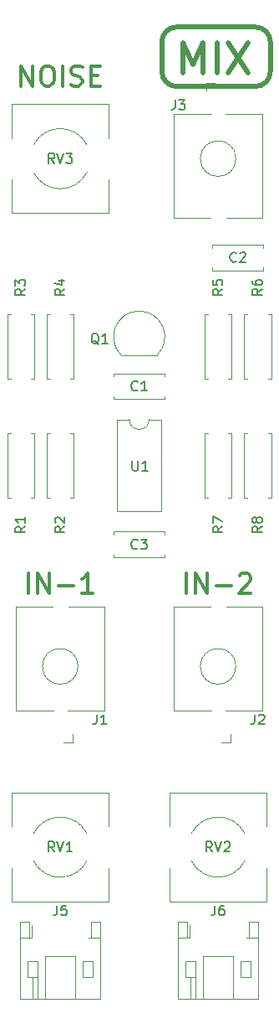
<source format=gbr>
%TF.GenerationSoftware,KiCad,Pcbnew,9.0.1*%
%TF.CreationDate,2025-06-13T20:46:25+10:00*%
%TF.ProjectId,Mixer,4d697865-722e-46b6-9963-61645f706362,rev?*%
%TF.SameCoordinates,Original*%
%TF.FileFunction,Legend,Top*%
%TF.FilePolarity,Positive*%
%FSLAX46Y46*%
G04 Gerber Fmt 4.6, Leading zero omitted, Abs format (unit mm)*
G04 Created by KiCad (PCBNEW 9.0.1) date 2025-06-13 20:46:25*
%MOMM*%
%LPD*%
G01*
G04 APERTURE LIST*
%ADD10C,0.500000*%
%ADD11C,0.300000*%
%ADD12C,0.150000*%
%ADD13C,0.120000*%
G04 APERTURE END LIST*
D10*
X154443233Y-56306856D02*
X154443233Y-53306856D01*
X154443233Y-53306856D02*
X155443233Y-55449713D01*
X155443233Y-55449713D02*
X156443233Y-53306856D01*
X156443233Y-53306856D02*
X156443233Y-56306856D01*
X157871804Y-56306856D02*
X157871804Y-53306856D01*
X159014661Y-53306856D02*
X161014661Y-56306856D01*
X161014661Y-53306856D02*
X159014661Y-56306856D01*
X153800000Y-57700000D02*
G75*
G02*
X152300000Y-56200000I1J1500001D01*
G01*
X163300001Y-53199999D02*
X163300001Y-56199999D01*
X161800001Y-51699999D02*
G75*
G02*
X163300001Y-53199999I-1J-1500001D01*
G01*
X153800000Y-57699999D02*
X161800002Y-57700000D01*
X152300000Y-53199998D02*
X152300000Y-56199998D01*
X152300000Y-53199998D02*
G75*
G02*
X153800000Y-51699998I1500001J-1D01*
G01*
X153800001Y-51699998D02*
X161800001Y-51699999D01*
X163300002Y-56200000D02*
G75*
G02*
X161800002Y-57700000I-1500001J1D01*
G01*
D11*
X138047619Y-57659638D02*
X138047619Y-55659638D01*
X138047619Y-55659638D02*
X139190476Y-57659638D01*
X139190476Y-57659638D02*
X139190476Y-55659638D01*
X140523809Y-55659638D02*
X140904762Y-55659638D01*
X140904762Y-55659638D02*
X141095238Y-55754876D01*
X141095238Y-55754876D02*
X141285714Y-55945352D01*
X141285714Y-55945352D02*
X141380952Y-56326304D01*
X141380952Y-56326304D02*
X141380952Y-56992971D01*
X141380952Y-56992971D02*
X141285714Y-57373923D01*
X141285714Y-57373923D02*
X141095238Y-57564400D01*
X141095238Y-57564400D02*
X140904762Y-57659638D01*
X140904762Y-57659638D02*
X140523809Y-57659638D01*
X140523809Y-57659638D02*
X140333333Y-57564400D01*
X140333333Y-57564400D02*
X140142857Y-57373923D01*
X140142857Y-57373923D02*
X140047619Y-56992971D01*
X140047619Y-56992971D02*
X140047619Y-56326304D01*
X140047619Y-56326304D02*
X140142857Y-55945352D01*
X140142857Y-55945352D02*
X140333333Y-55754876D01*
X140333333Y-55754876D02*
X140523809Y-55659638D01*
X142238095Y-57659638D02*
X142238095Y-55659638D01*
X143095238Y-57564400D02*
X143380952Y-57659638D01*
X143380952Y-57659638D02*
X143857143Y-57659638D01*
X143857143Y-57659638D02*
X144047619Y-57564400D01*
X144047619Y-57564400D02*
X144142857Y-57469161D01*
X144142857Y-57469161D02*
X144238095Y-57278685D01*
X144238095Y-57278685D02*
X144238095Y-57088209D01*
X144238095Y-57088209D02*
X144142857Y-56897733D01*
X144142857Y-56897733D02*
X144047619Y-56802495D01*
X144047619Y-56802495D02*
X143857143Y-56707257D01*
X143857143Y-56707257D02*
X143476190Y-56612019D01*
X143476190Y-56612019D02*
X143285714Y-56516780D01*
X143285714Y-56516780D02*
X143190476Y-56421542D01*
X143190476Y-56421542D02*
X143095238Y-56231066D01*
X143095238Y-56231066D02*
X143095238Y-56040590D01*
X143095238Y-56040590D02*
X143190476Y-55850114D01*
X143190476Y-55850114D02*
X143285714Y-55754876D01*
X143285714Y-55754876D02*
X143476190Y-55659638D01*
X143476190Y-55659638D02*
X143952381Y-55659638D01*
X143952381Y-55659638D02*
X144238095Y-55754876D01*
X145095238Y-56612019D02*
X145761905Y-56612019D01*
X146047619Y-57659638D02*
X145095238Y-57659638D01*
X145095238Y-57659638D02*
X145095238Y-55659638D01*
X145095238Y-55659638D02*
X146047619Y-55659638D01*
X154761905Y-108909638D02*
X154761905Y-106909638D01*
X155714286Y-108909638D02*
X155714286Y-106909638D01*
X155714286Y-106909638D02*
X156857143Y-108909638D01*
X156857143Y-108909638D02*
X156857143Y-106909638D01*
X157809524Y-108147733D02*
X159333334Y-108147733D01*
X160190476Y-107100114D02*
X160285714Y-107004876D01*
X160285714Y-107004876D02*
X160476190Y-106909638D01*
X160476190Y-106909638D02*
X160952381Y-106909638D01*
X160952381Y-106909638D02*
X161142857Y-107004876D01*
X161142857Y-107004876D02*
X161238095Y-107100114D01*
X161238095Y-107100114D02*
X161333333Y-107290590D01*
X161333333Y-107290590D02*
X161333333Y-107481066D01*
X161333333Y-107481066D02*
X161238095Y-107766780D01*
X161238095Y-107766780D02*
X160095238Y-108909638D01*
X160095238Y-108909638D02*
X161333333Y-108909638D01*
X138761905Y-108909638D02*
X138761905Y-106909638D01*
X139714286Y-108909638D02*
X139714286Y-106909638D01*
X139714286Y-106909638D02*
X140857143Y-108909638D01*
X140857143Y-108909638D02*
X140857143Y-106909638D01*
X141809524Y-108147733D02*
X143333334Y-108147733D01*
X145333333Y-108909638D02*
X144190476Y-108909638D01*
X144761904Y-108909638D02*
X144761904Y-106909638D01*
X144761904Y-106909638D02*
X144571428Y-107195352D01*
X144571428Y-107195352D02*
X144380952Y-107385828D01*
X144380952Y-107385828D02*
X144190476Y-107481066D01*
D12*
X162454819Y-78166666D02*
X161978628Y-78499999D01*
X162454819Y-78738094D02*
X161454819Y-78738094D01*
X161454819Y-78738094D02*
X161454819Y-78357142D01*
X161454819Y-78357142D02*
X161502438Y-78261904D01*
X161502438Y-78261904D02*
X161550057Y-78214285D01*
X161550057Y-78214285D02*
X161645295Y-78166666D01*
X161645295Y-78166666D02*
X161788152Y-78166666D01*
X161788152Y-78166666D02*
X161883390Y-78214285D01*
X161883390Y-78214285D02*
X161931009Y-78261904D01*
X161931009Y-78261904D02*
X161978628Y-78357142D01*
X161978628Y-78357142D02*
X161978628Y-78738094D01*
X161454819Y-77309523D02*
X161454819Y-77499999D01*
X161454819Y-77499999D02*
X161502438Y-77595237D01*
X161502438Y-77595237D02*
X161550057Y-77642856D01*
X161550057Y-77642856D02*
X161692914Y-77738094D01*
X161692914Y-77738094D02*
X161883390Y-77785713D01*
X161883390Y-77785713D02*
X162264342Y-77785713D01*
X162264342Y-77785713D02*
X162359580Y-77738094D01*
X162359580Y-77738094D02*
X162407200Y-77690475D01*
X162407200Y-77690475D02*
X162454819Y-77595237D01*
X162454819Y-77595237D02*
X162454819Y-77404761D01*
X162454819Y-77404761D02*
X162407200Y-77309523D01*
X162407200Y-77309523D02*
X162359580Y-77261904D01*
X162359580Y-77261904D02*
X162264342Y-77214285D01*
X162264342Y-77214285D02*
X162026247Y-77214285D01*
X162026247Y-77214285D02*
X161931009Y-77261904D01*
X161931009Y-77261904D02*
X161883390Y-77309523D01*
X161883390Y-77309523D02*
X161835771Y-77404761D01*
X161835771Y-77404761D02*
X161835771Y-77595237D01*
X161835771Y-77595237D02*
X161883390Y-77690475D01*
X161883390Y-77690475D02*
X161931009Y-77738094D01*
X161931009Y-77738094D02*
X162026247Y-77785713D01*
X141404761Y-135017320D02*
X141071428Y-134541129D01*
X140833333Y-135017320D02*
X140833333Y-134017320D01*
X140833333Y-134017320D02*
X141214285Y-134017320D01*
X141214285Y-134017320D02*
X141309523Y-134064939D01*
X141309523Y-134064939D02*
X141357142Y-134112558D01*
X141357142Y-134112558D02*
X141404761Y-134207796D01*
X141404761Y-134207796D02*
X141404761Y-134350653D01*
X141404761Y-134350653D02*
X141357142Y-134445891D01*
X141357142Y-134445891D02*
X141309523Y-134493510D01*
X141309523Y-134493510D02*
X141214285Y-134541129D01*
X141214285Y-134541129D02*
X140833333Y-134541129D01*
X141690476Y-134017320D02*
X142023809Y-135017320D01*
X142023809Y-135017320D02*
X142357142Y-134017320D01*
X143214285Y-135017320D02*
X142642857Y-135017320D01*
X142928571Y-135017320D02*
X142928571Y-134017320D01*
X142928571Y-134017320D02*
X142833333Y-134160177D01*
X142833333Y-134160177D02*
X142738095Y-134255415D01*
X142738095Y-134255415D02*
X142642857Y-134303034D01*
X142454819Y-78166666D02*
X141978628Y-78499999D01*
X142454819Y-78738094D02*
X141454819Y-78738094D01*
X141454819Y-78738094D02*
X141454819Y-78357142D01*
X141454819Y-78357142D02*
X141502438Y-78261904D01*
X141502438Y-78261904D02*
X141550057Y-78214285D01*
X141550057Y-78214285D02*
X141645295Y-78166666D01*
X141645295Y-78166666D02*
X141788152Y-78166666D01*
X141788152Y-78166666D02*
X141883390Y-78214285D01*
X141883390Y-78214285D02*
X141931009Y-78261904D01*
X141931009Y-78261904D02*
X141978628Y-78357142D01*
X141978628Y-78357142D02*
X141978628Y-78738094D01*
X141788152Y-77309523D02*
X142454819Y-77309523D01*
X141407200Y-77547618D02*
X142121485Y-77785713D01*
X142121485Y-77785713D02*
X142121485Y-77166666D01*
X161696666Y-121154819D02*
X161696666Y-121869104D01*
X161696666Y-121869104D02*
X161649047Y-122011961D01*
X161649047Y-122011961D02*
X161553809Y-122107200D01*
X161553809Y-122107200D02*
X161410952Y-122154819D01*
X161410952Y-122154819D02*
X161315714Y-122154819D01*
X162125238Y-121250057D02*
X162172857Y-121202438D01*
X162172857Y-121202438D02*
X162268095Y-121154819D01*
X162268095Y-121154819D02*
X162506190Y-121154819D01*
X162506190Y-121154819D02*
X162601428Y-121202438D01*
X162601428Y-121202438D02*
X162649047Y-121250057D01*
X162649047Y-121250057D02*
X162696666Y-121345295D01*
X162696666Y-121345295D02*
X162696666Y-121440533D01*
X162696666Y-121440533D02*
X162649047Y-121583390D01*
X162649047Y-121583390D02*
X162077619Y-122154819D01*
X162077619Y-122154819D02*
X162696666Y-122154819D01*
X153636666Y-59054819D02*
X153636666Y-59769104D01*
X153636666Y-59769104D02*
X153589047Y-59911961D01*
X153589047Y-59911961D02*
X153493809Y-60007200D01*
X153493809Y-60007200D02*
X153350952Y-60054819D01*
X153350952Y-60054819D02*
X153255714Y-60054819D01*
X154017619Y-59054819D02*
X154636666Y-59054819D01*
X154636666Y-59054819D02*
X154303333Y-59435771D01*
X154303333Y-59435771D02*
X154446190Y-59435771D01*
X154446190Y-59435771D02*
X154541428Y-59483390D01*
X154541428Y-59483390D02*
X154589047Y-59531009D01*
X154589047Y-59531009D02*
X154636666Y-59626247D01*
X154636666Y-59626247D02*
X154636666Y-59864342D01*
X154636666Y-59864342D02*
X154589047Y-59959580D01*
X154589047Y-59959580D02*
X154541428Y-60007200D01*
X154541428Y-60007200D02*
X154446190Y-60054819D01*
X154446190Y-60054819D02*
X154160476Y-60054819D01*
X154160476Y-60054819D02*
X154065238Y-60007200D01*
X154065238Y-60007200D02*
X154017619Y-59959580D01*
X145696666Y-121154819D02*
X145696666Y-121869104D01*
X145696666Y-121869104D02*
X145649047Y-122011961D01*
X145649047Y-122011961D02*
X145553809Y-122107200D01*
X145553809Y-122107200D02*
X145410952Y-122154819D01*
X145410952Y-122154819D02*
X145315714Y-122154819D01*
X146696666Y-122154819D02*
X146125238Y-122154819D01*
X146410952Y-122154819D02*
X146410952Y-121154819D01*
X146410952Y-121154819D02*
X146315714Y-121297676D01*
X146315714Y-121297676D02*
X146220476Y-121392914D01*
X146220476Y-121392914D02*
X146125238Y-121440533D01*
X142454819Y-102166666D02*
X141978628Y-102499999D01*
X142454819Y-102738094D02*
X141454819Y-102738094D01*
X141454819Y-102738094D02*
X141454819Y-102357142D01*
X141454819Y-102357142D02*
X141502438Y-102261904D01*
X141502438Y-102261904D02*
X141550057Y-102214285D01*
X141550057Y-102214285D02*
X141645295Y-102166666D01*
X141645295Y-102166666D02*
X141788152Y-102166666D01*
X141788152Y-102166666D02*
X141883390Y-102214285D01*
X141883390Y-102214285D02*
X141931009Y-102261904D01*
X141931009Y-102261904D02*
X141978628Y-102357142D01*
X141978628Y-102357142D02*
X141978628Y-102738094D01*
X141550057Y-101785713D02*
X141502438Y-101738094D01*
X141502438Y-101738094D02*
X141454819Y-101642856D01*
X141454819Y-101642856D02*
X141454819Y-101404761D01*
X141454819Y-101404761D02*
X141502438Y-101309523D01*
X141502438Y-101309523D02*
X141550057Y-101261904D01*
X141550057Y-101261904D02*
X141645295Y-101214285D01*
X141645295Y-101214285D02*
X141740533Y-101214285D01*
X141740533Y-101214285D02*
X141883390Y-101261904D01*
X141883390Y-101261904D02*
X142454819Y-101833332D01*
X142454819Y-101833332D02*
X142454819Y-101214285D01*
X141666666Y-140454819D02*
X141666666Y-141169104D01*
X141666666Y-141169104D02*
X141619047Y-141311961D01*
X141619047Y-141311961D02*
X141523809Y-141407200D01*
X141523809Y-141407200D02*
X141380952Y-141454819D01*
X141380952Y-141454819D02*
X141285714Y-141454819D01*
X142619047Y-140454819D02*
X142142857Y-140454819D01*
X142142857Y-140454819D02*
X142095238Y-140931009D01*
X142095238Y-140931009D02*
X142142857Y-140883390D01*
X142142857Y-140883390D02*
X142238095Y-140835771D01*
X142238095Y-140835771D02*
X142476190Y-140835771D01*
X142476190Y-140835771D02*
X142571428Y-140883390D01*
X142571428Y-140883390D02*
X142619047Y-140931009D01*
X142619047Y-140931009D02*
X142666666Y-141026247D01*
X142666666Y-141026247D02*
X142666666Y-141264342D01*
X142666666Y-141264342D02*
X142619047Y-141359580D01*
X142619047Y-141359580D02*
X142571428Y-141407200D01*
X142571428Y-141407200D02*
X142476190Y-141454819D01*
X142476190Y-141454819D02*
X142238095Y-141454819D01*
X142238095Y-141454819D02*
X142142857Y-141407200D01*
X142142857Y-141407200D02*
X142095238Y-141359580D01*
X138454819Y-102166666D02*
X137978628Y-102499999D01*
X138454819Y-102738094D02*
X137454819Y-102738094D01*
X137454819Y-102738094D02*
X137454819Y-102357142D01*
X137454819Y-102357142D02*
X137502438Y-102261904D01*
X137502438Y-102261904D02*
X137550057Y-102214285D01*
X137550057Y-102214285D02*
X137645295Y-102166666D01*
X137645295Y-102166666D02*
X137788152Y-102166666D01*
X137788152Y-102166666D02*
X137883390Y-102214285D01*
X137883390Y-102214285D02*
X137931009Y-102261904D01*
X137931009Y-102261904D02*
X137978628Y-102357142D01*
X137978628Y-102357142D02*
X137978628Y-102738094D01*
X138454819Y-101214285D02*
X138454819Y-101785713D01*
X138454819Y-101499999D02*
X137454819Y-101499999D01*
X137454819Y-101499999D02*
X137597676Y-101595237D01*
X137597676Y-101595237D02*
X137692914Y-101690475D01*
X137692914Y-101690475D02*
X137740533Y-101785713D01*
X162454819Y-102166666D02*
X161978628Y-102499999D01*
X162454819Y-102738094D02*
X161454819Y-102738094D01*
X161454819Y-102738094D02*
X161454819Y-102357142D01*
X161454819Y-102357142D02*
X161502438Y-102261904D01*
X161502438Y-102261904D02*
X161550057Y-102214285D01*
X161550057Y-102214285D02*
X161645295Y-102166666D01*
X161645295Y-102166666D02*
X161788152Y-102166666D01*
X161788152Y-102166666D02*
X161883390Y-102214285D01*
X161883390Y-102214285D02*
X161931009Y-102261904D01*
X161931009Y-102261904D02*
X161978628Y-102357142D01*
X161978628Y-102357142D02*
X161978628Y-102738094D01*
X161883390Y-101595237D02*
X161835771Y-101690475D01*
X161835771Y-101690475D02*
X161788152Y-101738094D01*
X161788152Y-101738094D02*
X161692914Y-101785713D01*
X161692914Y-101785713D02*
X161645295Y-101785713D01*
X161645295Y-101785713D02*
X161550057Y-101738094D01*
X161550057Y-101738094D02*
X161502438Y-101690475D01*
X161502438Y-101690475D02*
X161454819Y-101595237D01*
X161454819Y-101595237D02*
X161454819Y-101404761D01*
X161454819Y-101404761D02*
X161502438Y-101309523D01*
X161502438Y-101309523D02*
X161550057Y-101261904D01*
X161550057Y-101261904D02*
X161645295Y-101214285D01*
X161645295Y-101214285D02*
X161692914Y-101214285D01*
X161692914Y-101214285D02*
X161788152Y-101261904D01*
X161788152Y-101261904D02*
X161835771Y-101309523D01*
X161835771Y-101309523D02*
X161883390Y-101404761D01*
X161883390Y-101404761D02*
X161883390Y-101595237D01*
X161883390Y-101595237D02*
X161931009Y-101690475D01*
X161931009Y-101690475D02*
X161978628Y-101738094D01*
X161978628Y-101738094D02*
X162073866Y-101785713D01*
X162073866Y-101785713D02*
X162264342Y-101785713D01*
X162264342Y-101785713D02*
X162359580Y-101738094D01*
X162359580Y-101738094D02*
X162407200Y-101690475D01*
X162407200Y-101690475D02*
X162454819Y-101595237D01*
X162454819Y-101595237D02*
X162454819Y-101404761D01*
X162454819Y-101404761D02*
X162407200Y-101309523D01*
X162407200Y-101309523D02*
X162359580Y-101261904D01*
X162359580Y-101261904D02*
X162264342Y-101214285D01*
X162264342Y-101214285D02*
X162073866Y-101214285D01*
X162073866Y-101214285D02*
X161978628Y-101261904D01*
X161978628Y-101261904D02*
X161931009Y-101309523D01*
X161931009Y-101309523D02*
X161883390Y-101404761D01*
X149833333Y-88359580D02*
X149785714Y-88407200D01*
X149785714Y-88407200D02*
X149642857Y-88454819D01*
X149642857Y-88454819D02*
X149547619Y-88454819D01*
X149547619Y-88454819D02*
X149404762Y-88407200D01*
X149404762Y-88407200D02*
X149309524Y-88311961D01*
X149309524Y-88311961D02*
X149261905Y-88216723D01*
X149261905Y-88216723D02*
X149214286Y-88026247D01*
X149214286Y-88026247D02*
X149214286Y-87883390D01*
X149214286Y-87883390D02*
X149261905Y-87692914D01*
X149261905Y-87692914D02*
X149309524Y-87597676D01*
X149309524Y-87597676D02*
X149404762Y-87502438D01*
X149404762Y-87502438D02*
X149547619Y-87454819D01*
X149547619Y-87454819D02*
X149642857Y-87454819D01*
X149642857Y-87454819D02*
X149785714Y-87502438D01*
X149785714Y-87502438D02*
X149833333Y-87550057D01*
X150785714Y-88454819D02*
X150214286Y-88454819D01*
X150500000Y-88454819D02*
X150500000Y-87454819D01*
X150500000Y-87454819D02*
X150404762Y-87597676D01*
X150404762Y-87597676D02*
X150309524Y-87692914D01*
X150309524Y-87692914D02*
X150214286Y-87740533D01*
X157666666Y-140454819D02*
X157666666Y-141169104D01*
X157666666Y-141169104D02*
X157619047Y-141311961D01*
X157619047Y-141311961D02*
X157523809Y-141407200D01*
X157523809Y-141407200D02*
X157380952Y-141454819D01*
X157380952Y-141454819D02*
X157285714Y-141454819D01*
X158571428Y-140454819D02*
X158380952Y-140454819D01*
X158380952Y-140454819D02*
X158285714Y-140502438D01*
X158285714Y-140502438D02*
X158238095Y-140550057D01*
X158238095Y-140550057D02*
X158142857Y-140692914D01*
X158142857Y-140692914D02*
X158095238Y-140883390D01*
X158095238Y-140883390D02*
X158095238Y-141264342D01*
X158095238Y-141264342D02*
X158142857Y-141359580D01*
X158142857Y-141359580D02*
X158190476Y-141407200D01*
X158190476Y-141407200D02*
X158285714Y-141454819D01*
X158285714Y-141454819D02*
X158476190Y-141454819D01*
X158476190Y-141454819D02*
X158571428Y-141407200D01*
X158571428Y-141407200D02*
X158619047Y-141359580D01*
X158619047Y-141359580D02*
X158666666Y-141264342D01*
X158666666Y-141264342D02*
X158666666Y-141026247D01*
X158666666Y-141026247D02*
X158619047Y-140931009D01*
X158619047Y-140931009D02*
X158571428Y-140883390D01*
X158571428Y-140883390D02*
X158476190Y-140835771D01*
X158476190Y-140835771D02*
X158285714Y-140835771D01*
X158285714Y-140835771D02*
X158190476Y-140883390D01*
X158190476Y-140883390D02*
X158142857Y-140931009D01*
X158142857Y-140931009D02*
X158095238Y-141026247D01*
X158454819Y-102166666D02*
X157978628Y-102499999D01*
X158454819Y-102738094D02*
X157454819Y-102738094D01*
X157454819Y-102738094D02*
X157454819Y-102357142D01*
X157454819Y-102357142D02*
X157502438Y-102261904D01*
X157502438Y-102261904D02*
X157550057Y-102214285D01*
X157550057Y-102214285D02*
X157645295Y-102166666D01*
X157645295Y-102166666D02*
X157788152Y-102166666D01*
X157788152Y-102166666D02*
X157883390Y-102214285D01*
X157883390Y-102214285D02*
X157931009Y-102261904D01*
X157931009Y-102261904D02*
X157978628Y-102357142D01*
X157978628Y-102357142D02*
X157978628Y-102738094D01*
X157454819Y-101833332D02*
X157454819Y-101166666D01*
X157454819Y-101166666D02*
X158454819Y-101595237D01*
X149833333Y-104359580D02*
X149785714Y-104407200D01*
X149785714Y-104407200D02*
X149642857Y-104454819D01*
X149642857Y-104454819D02*
X149547619Y-104454819D01*
X149547619Y-104454819D02*
X149404762Y-104407200D01*
X149404762Y-104407200D02*
X149309524Y-104311961D01*
X149309524Y-104311961D02*
X149261905Y-104216723D01*
X149261905Y-104216723D02*
X149214286Y-104026247D01*
X149214286Y-104026247D02*
X149214286Y-103883390D01*
X149214286Y-103883390D02*
X149261905Y-103692914D01*
X149261905Y-103692914D02*
X149309524Y-103597676D01*
X149309524Y-103597676D02*
X149404762Y-103502438D01*
X149404762Y-103502438D02*
X149547619Y-103454819D01*
X149547619Y-103454819D02*
X149642857Y-103454819D01*
X149642857Y-103454819D02*
X149785714Y-103502438D01*
X149785714Y-103502438D02*
X149833333Y-103550057D01*
X150166667Y-103454819D02*
X150785714Y-103454819D01*
X150785714Y-103454819D02*
X150452381Y-103835771D01*
X150452381Y-103835771D02*
X150595238Y-103835771D01*
X150595238Y-103835771D02*
X150690476Y-103883390D01*
X150690476Y-103883390D02*
X150738095Y-103931009D01*
X150738095Y-103931009D02*
X150785714Y-104026247D01*
X150785714Y-104026247D02*
X150785714Y-104264342D01*
X150785714Y-104264342D02*
X150738095Y-104359580D01*
X150738095Y-104359580D02*
X150690476Y-104407200D01*
X150690476Y-104407200D02*
X150595238Y-104454819D01*
X150595238Y-104454819D02*
X150309524Y-104454819D01*
X150309524Y-104454819D02*
X150214286Y-104407200D01*
X150214286Y-104407200D02*
X150166667Y-104359580D01*
X145904761Y-83750057D02*
X145809523Y-83702438D01*
X145809523Y-83702438D02*
X145714285Y-83607200D01*
X145714285Y-83607200D02*
X145571428Y-83464342D01*
X145571428Y-83464342D02*
X145476190Y-83416723D01*
X145476190Y-83416723D02*
X145380952Y-83416723D01*
X145428571Y-83654819D02*
X145333333Y-83607200D01*
X145333333Y-83607200D02*
X145238095Y-83511961D01*
X145238095Y-83511961D02*
X145190476Y-83321485D01*
X145190476Y-83321485D02*
X145190476Y-82988152D01*
X145190476Y-82988152D02*
X145238095Y-82797676D01*
X145238095Y-82797676D02*
X145333333Y-82702438D01*
X145333333Y-82702438D02*
X145428571Y-82654819D01*
X145428571Y-82654819D02*
X145619047Y-82654819D01*
X145619047Y-82654819D02*
X145714285Y-82702438D01*
X145714285Y-82702438D02*
X145809523Y-82797676D01*
X145809523Y-82797676D02*
X145857142Y-82988152D01*
X145857142Y-82988152D02*
X145857142Y-83321485D01*
X145857142Y-83321485D02*
X145809523Y-83511961D01*
X145809523Y-83511961D02*
X145714285Y-83607200D01*
X145714285Y-83607200D02*
X145619047Y-83654819D01*
X145619047Y-83654819D02*
X145428571Y-83654819D01*
X146809523Y-83654819D02*
X146238095Y-83654819D01*
X146523809Y-83654819D02*
X146523809Y-82654819D01*
X146523809Y-82654819D02*
X146428571Y-82797676D01*
X146428571Y-82797676D02*
X146333333Y-82892914D01*
X146333333Y-82892914D02*
X146238095Y-82940533D01*
X157404761Y-135017320D02*
X157071428Y-134541129D01*
X156833333Y-135017320D02*
X156833333Y-134017320D01*
X156833333Y-134017320D02*
X157214285Y-134017320D01*
X157214285Y-134017320D02*
X157309523Y-134064939D01*
X157309523Y-134064939D02*
X157357142Y-134112558D01*
X157357142Y-134112558D02*
X157404761Y-134207796D01*
X157404761Y-134207796D02*
X157404761Y-134350653D01*
X157404761Y-134350653D02*
X157357142Y-134445891D01*
X157357142Y-134445891D02*
X157309523Y-134493510D01*
X157309523Y-134493510D02*
X157214285Y-134541129D01*
X157214285Y-134541129D02*
X156833333Y-134541129D01*
X157690476Y-134017320D02*
X158023809Y-135017320D01*
X158023809Y-135017320D02*
X158357142Y-134017320D01*
X158642857Y-134112558D02*
X158690476Y-134064939D01*
X158690476Y-134064939D02*
X158785714Y-134017320D01*
X158785714Y-134017320D02*
X159023809Y-134017320D01*
X159023809Y-134017320D02*
X159119047Y-134064939D01*
X159119047Y-134064939D02*
X159166666Y-134112558D01*
X159166666Y-134112558D02*
X159214285Y-134207796D01*
X159214285Y-134207796D02*
X159214285Y-134303034D01*
X159214285Y-134303034D02*
X159166666Y-134445891D01*
X159166666Y-134445891D02*
X158595238Y-135017320D01*
X158595238Y-135017320D02*
X159214285Y-135017320D01*
X159833333Y-75359580D02*
X159785714Y-75407200D01*
X159785714Y-75407200D02*
X159642857Y-75454819D01*
X159642857Y-75454819D02*
X159547619Y-75454819D01*
X159547619Y-75454819D02*
X159404762Y-75407200D01*
X159404762Y-75407200D02*
X159309524Y-75311961D01*
X159309524Y-75311961D02*
X159261905Y-75216723D01*
X159261905Y-75216723D02*
X159214286Y-75026247D01*
X159214286Y-75026247D02*
X159214286Y-74883390D01*
X159214286Y-74883390D02*
X159261905Y-74692914D01*
X159261905Y-74692914D02*
X159309524Y-74597676D01*
X159309524Y-74597676D02*
X159404762Y-74502438D01*
X159404762Y-74502438D02*
X159547619Y-74454819D01*
X159547619Y-74454819D02*
X159642857Y-74454819D01*
X159642857Y-74454819D02*
X159785714Y-74502438D01*
X159785714Y-74502438D02*
X159833333Y-74550057D01*
X160214286Y-74550057D02*
X160261905Y-74502438D01*
X160261905Y-74502438D02*
X160357143Y-74454819D01*
X160357143Y-74454819D02*
X160595238Y-74454819D01*
X160595238Y-74454819D02*
X160690476Y-74502438D01*
X160690476Y-74502438D02*
X160738095Y-74550057D01*
X160738095Y-74550057D02*
X160785714Y-74645295D01*
X160785714Y-74645295D02*
X160785714Y-74740533D01*
X160785714Y-74740533D02*
X160738095Y-74883390D01*
X160738095Y-74883390D02*
X160166667Y-75454819D01*
X160166667Y-75454819D02*
X160785714Y-75454819D01*
X141404761Y-65454819D02*
X141071428Y-64978628D01*
X140833333Y-65454819D02*
X140833333Y-64454819D01*
X140833333Y-64454819D02*
X141214285Y-64454819D01*
X141214285Y-64454819D02*
X141309523Y-64502438D01*
X141309523Y-64502438D02*
X141357142Y-64550057D01*
X141357142Y-64550057D02*
X141404761Y-64645295D01*
X141404761Y-64645295D02*
X141404761Y-64788152D01*
X141404761Y-64788152D02*
X141357142Y-64883390D01*
X141357142Y-64883390D02*
X141309523Y-64931009D01*
X141309523Y-64931009D02*
X141214285Y-64978628D01*
X141214285Y-64978628D02*
X140833333Y-64978628D01*
X141690476Y-64454819D02*
X142023809Y-65454819D01*
X142023809Y-65454819D02*
X142357142Y-64454819D01*
X142595238Y-64454819D02*
X143214285Y-64454819D01*
X143214285Y-64454819D02*
X142880952Y-64835771D01*
X142880952Y-64835771D02*
X143023809Y-64835771D01*
X143023809Y-64835771D02*
X143119047Y-64883390D01*
X143119047Y-64883390D02*
X143166666Y-64931009D01*
X143166666Y-64931009D02*
X143214285Y-65026247D01*
X143214285Y-65026247D02*
X143214285Y-65264342D01*
X143214285Y-65264342D02*
X143166666Y-65359580D01*
X143166666Y-65359580D02*
X143119047Y-65407200D01*
X143119047Y-65407200D02*
X143023809Y-65454819D01*
X143023809Y-65454819D02*
X142738095Y-65454819D01*
X142738095Y-65454819D02*
X142642857Y-65407200D01*
X142642857Y-65407200D02*
X142595238Y-65359580D01*
X138454819Y-78166666D02*
X137978628Y-78499999D01*
X138454819Y-78738094D02*
X137454819Y-78738094D01*
X137454819Y-78738094D02*
X137454819Y-78357142D01*
X137454819Y-78357142D02*
X137502438Y-78261904D01*
X137502438Y-78261904D02*
X137550057Y-78214285D01*
X137550057Y-78214285D02*
X137645295Y-78166666D01*
X137645295Y-78166666D02*
X137788152Y-78166666D01*
X137788152Y-78166666D02*
X137883390Y-78214285D01*
X137883390Y-78214285D02*
X137931009Y-78261904D01*
X137931009Y-78261904D02*
X137978628Y-78357142D01*
X137978628Y-78357142D02*
X137978628Y-78738094D01*
X137454819Y-77833332D02*
X137454819Y-77214285D01*
X137454819Y-77214285D02*
X137835771Y-77547618D01*
X137835771Y-77547618D02*
X137835771Y-77404761D01*
X137835771Y-77404761D02*
X137883390Y-77309523D01*
X137883390Y-77309523D02*
X137931009Y-77261904D01*
X137931009Y-77261904D02*
X138026247Y-77214285D01*
X138026247Y-77214285D02*
X138264342Y-77214285D01*
X138264342Y-77214285D02*
X138359580Y-77261904D01*
X138359580Y-77261904D02*
X138407200Y-77309523D01*
X138407200Y-77309523D02*
X138454819Y-77404761D01*
X138454819Y-77404761D02*
X138454819Y-77690475D01*
X138454819Y-77690475D02*
X138407200Y-77785713D01*
X138407200Y-77785713D02*
X138359580Y-77833332D01*
X158454819Y-78166666D02*
X157978628Y-78499999D01*
X158454819Y-78738094D02*
X157454819Y-78738094D01*
X157454819Y-78738094D02*
X157454819Y-78357142D01*
X157454819Y-78357142D02*
X157502438Y-78261904D01*
X157502438Y-78261904D02*
X157550057Y-78214285D01*
X157550057Y-78214285D02*
X157645295Y-78166666D01*
X157645295Y-78166666D02*
X157788152Y-78166666D01*
X157788152Y-78166666D02*
X157883390Y-78214285D01*
X157883390Y-78214285D02*
X157931009Y-78261904D01*
X157931009Y-78261904D02*
X157978628Y-78357142D01*
X157978628Y-78357142D02*
X157978628Y-78738094D01*
X157454819Y-77261904D02*
X157454819Y-77738094D01*
X157454819Y-77738094D02*
X157931009Y-77785713D01*
X157931009Y-77785713D02*
X157883390Y-77738094D01*
X157883390Y-77738094D02*
X157835771Y-77642856D01*
X157835771Y-77642856D02*
X157835771Y-77404761D01*
X157835771Y-77404761D02*
X157883390Y-77309523D01*
X157883390Y-77309523D02*
X157931009Y-77261904D01*
X157931009Y-77261904D02*
X158026247Y-77214285D01*
X158026247Y-77214285D02*
X158264342Y-77214285D01*
X158264342Y-77214285D02*
X158359580Y-77261904D01*
X158359580Y-77261904D02*
X158407200Y-77309523D01*
X158407200Y-77309523D02*
X158454819Y-77404761D01*
X158454819Y-77404761D02*
X158454819Y-77642856D01*
X158454819Y-77642856D02*
X158407200Y-77738094D01*
X158407200Y-77738094D02*
X158359580Y-77785713D01*
X149303095Y-95524819D02*
X149303095Y-96334342D01*
X149303095Y-96334342D02*
X149350714Y-96429580D01*
X149350714Y-96429580D02*
X149398333Y-96477200D01*
X149398333Y-96477200D02*
X149493571Y-96524819D01*
X149493571Y-96524819D02*
X149684047Y-96524819D01*
X149684047Y-96524819D02*
X149779285Y-96477200D01*
X149779285Y-96477200D02*
X149826904Y-96429580D01*
X149826904Y-96429580D02*
X149874523Y-96334342D01*
X149874523Y-96334342D02*
X149874523Y-95524819D01*
X150874523Y-96524819D02*
X150303095Y-96524819D01*
X150588809Y-96524819D02*
X150588809Y-95524819D01*
X150588809Y-95524819D02*
X150493571Y-95667676D01*
X150493571Y-95667676D02*
X150398333Y-95762914D01*
X150398333Y-95762914D02*
X150303095Y-95810533D01*
D13*
%TO.C,R6*%
X160630000Y-80730000D02*
X160960000Y-80730000D01*
X160630000Y-87270000D02*
X160630000Y-80730000D01*
X160960000Y-87270000D02*
X160630000Y-87270000D01*
X163040000Y-87270000D02*
X163370000Y-87270000D01*
X163370000Y-80730000D02*
X163040000Y-80730000D01*
X163370000Y-87270000D02*
X163370000Y-80730000D01*
%TO.C,RV1*%
X137100001Y-129062501D02*
X137100000Y-132462502D01*
X137100001Y-136662501D02*
X137100001Y-140062501D01*
X137100001Y-140062501D02*
X146899999Y-140062501D01*
X146899999Y-129062501D02*
X137100001Y-129062501D01*
X146899999Y-129062501D02*
X146899999Y-132462501D01*
X146900000Y-136662500D02*
X146899999Y-140062501D01*
X139279707Y-133202354D02*
G75*
G02*
X144699999Y-133162502I2720293J-1360147D01*
G01*
X144720293Y-135922648D02*
G75*
G02*
X139300001Y-135962500I-2720293J1360147D01*
G01*
%TO.C,R4*%
X140630000Y-80730000D02*
X140960000Y-80730000D01*
X140630000Y-87270000D02*
X140630000Y-80730000D01*
X140960000Y-87270000D02*
X140630000Y-87270000D01*
X143040000Y-87270000D02*
X143370000Y-87270000D01*
X143370000Y-80730000D02*
X143040000Y-80730000D01*
X143370000Y-87270000D02*
X143370000Y-80730000D01*
%TO.C,J2*%
X153500000Y-110300000D02*
X157200000Y-110300000D01*
X153500000Y-120800000D02*
X153500000Y-110300000D01*
X153500000Y-120800000D02*
X157280001Y-120800000D01*
X158719999Y-120800000D02*
X162500000Y-120800000D01*
X158800000Y-110300000D02*
X162500000Y-110300000D01*
X159230000Y-123950000D02*
X158370000Y-123949999D01*
X159230000Y-123950000D02*
X159230000Y-123150000D01*
X162500000Y-120800000D02*
X162500000Y-110300000D01*
X159800000Y-116300000D02*
G75*
G02*
X156200000Y-116300000I-1800000J0D01*
G01*
X156200000Y-116300000D02*
G75*
G02*
X159800000Y-116300000I1800000J0D01*
G01*
%TO.C,J3*%
X153500000Y-60500000D02*
X153500000Y-71000000D01*
X156770000Y-57350000D02*
X156770000Y-58150000D01*
X156770000Y-57350000D02*
X157630000Y-57350000D01*
X157200000Y-71000000D02*
X153500000Y-71000000D01*
X157280000Y-60500000D02*
X153500000Y-60500000D01*
X162500000Y-60500000D02*
X158720000Y-60500000D01*
X162500000Y-60500000D02*
X162500000Y-71000000D01*
X162500000Y-71000000D02*
X158800000Y-71000000D01*
X159800000Y-65000000D02*
G75*
G02*
X156200000Y-65000000I-1800000J0D01*
G01*
X156200000Y-65000000D02*
G75*
G02*
X159800000Y-65000000I1800000J0D01*
G01*
%TO.C,J1*%
X137500000Y-110300000D02*
X141200000Y-110300000D01*
X137500000Y-120800000D02*
X137500000Y-110300000D01*
X137500000Y-120800000D02*
X141280001Y-120800000D01*
X142719999Y-120800000D02*
X146500000Y-120800000D01*
X142800000Y-110300000D02*
X146500000Y-110300000D01*
X143230000Y-123950000D02*
X142370000Y-123949999D01*
X143230000Y-123950000D02*
X143230000Y-123150000D01*
X146500000Y-120800000D02*
X146500000Y-110300000D01*
X143800000Y-116300000D02*
G75*
G02*
X140200000Y-116300000I-1800000J0D01*
G01*
X140200000Y-116300000D02*
G75*
G02*
X143800000Y-116300000I1800000J0D01*
G01*
%TO.C,R2*%
X140630000Y-92730000D02*
X140960000Y-92730000D01*
X140630000Y-99270000D02*
X140630000Y-92730000D01*
X140960000Y-99270000D02*
X140630000Y-99270000D01*
X143040000Y-99270000D02*
X143370000Y-99270000D01*
X143370000Y-92730000D02*
X143040000Y-92730000D01*
X143370000Y-99270000D02*
X143370000Y-92730000D01*
%TO.C,J5*%
X137940000Y-142090000D02*
X137940000Y-149910000D01*
X137940000Y-143690000D02*
X138860000Y-143690000D01*
X137940000Y-149910000D02*
X146060000Y-149910000D01*
X138700000Y-146050000D02*
X138700000Y-147650000D01*
X138700000Y-147650000D02*
X139700000Y-147650000D01*
X138860000Y-142090000D02*
X137940000Y-142090000D01*
X138860000Y-143690000D02*
X138860000Y-142090000D01*
X139140000Y-143690000D02*
X138860000Y-143690000D01*
X139140000Y-143690000D02*
X139140000Y-142475000D01*
X139200000Y-147650000D02*
X139200000Y-149910000D01*
X139700000Y-146050000D02*
X138700000Y-146050000D01*
X139700000Y-147650000D02*
X139700000Y-146050000D01*
X139700000Y-147650000D02*
X139700000Y-149910000D01*
X140500000Y-145550000D02*
X143500000Y-145550000D01*
X140500000Y-149910000D02*
X140500000Y-145550000D01*
X143500000Y-145550000D02*
X143500000Y-149910000D01*
X144300000Y-146050000D02*
X145300000Y-146050000D01*
X144300000Y-147650000D02*
X144300000Y-146050000D01*
X145140000Y-142090000D02*
X145140000Y-143690000D01*
X145140000Y-143690000D02*
X144860000Y-143690000D01*
X145300000Y-146050000D02*
X145300000Y-147650000D01*
X145300000Y-147650000D02*
X144300000Y-147650000D01*
X146060000Y-142090000D02*
X145140000Y-142090000D01*
X146060000Y-143690000D02*
X145140000Y-143690000D01*
X146060000Y-149910000D02*
X146060000Y-142090000D01*
%TO.C,R1*%
X136630000Y-92730000D02*
X136960000Y-92730000D01*
X136630000Y-99270000D02*
X136630000Y-92730000D01*
X136960000Y-99270000D02*
X136630000Y-99270000D01*
X139040000Y-99270000D02*
X139370000Y-99270000D01*
X139370000Y-92730000D02*
X139040000Y-92730000D01*
X139370000Y-99270000D02*
X139370000Y-92730000D01*
%TO.C,R8*%
X160630000Y-92730000D02*
X160630000Y-99270000D01*
X160630000Y-99270000D02*
X160960000Y-99270000D01*
X160960000Y-92730000D02*
X160630000Y-92730000D01*
X163040000Y-92730000D02*
X163370000Y-92730000D01*
X163370000Y-92730000D02*
X163370000Y-99270000D01*
X163370000Y-99270000D02*
X163040000Y-99270000D01*
%TO.C,C1*%
X147440000Y-87004000D02*
X147440000Y-86690000D01*
X147440000Y-89310000D02*
X147440000Y-88996000D01*
X152560000Y-86690000D02*
X147440000Y-86690000D01*
X152560000Y-87004000D02*
X152560000Y-86690000D01*
X152560000Y-89310000D02*
X147440000Y-89310000D01*
X152560000Y-89310000D02*
X152560000Y-88996000D01*
%TO.C,J6*%
X153940000Y-142090000D02*
X153940000Y-149910000D01*
X153940000Y-143690000D02*
X154860000Y-143690000D01*
X153940000Y-149910000D02*
X162060000Y-149910000D01*
X154700000Y-146050000D02*
X154700000Y-147650000D01*
X154700000Y-147650000D02*
X155700000Y-147650000D01*
X154860000Y-142090000D02*
X153940000Y-142090000D01*
X154860000Y-143690000D02*
X154860000Y-142090000D01*
X155140000Y-143690000D02*
X154860000Y-143690000D01*
X155140000Y-143690000D02*
X155140000Y-142475000D01*
X155200000Y-147650000D02*
X155200000Y-149910000D01*
X155700000Y-146050000D02*
X154700000Y-146050000D01*
X155700000Y-147650000D02*
X155700000Y-146050000D01*
X155700000Y-147650000D02*
X155700000Y-149910000D01*
X156500000Y-145550000D02*
X159500000Y-145550000D01*
X156500000Y-149910000D02*
X156500000Y-145550000D01*
X159500000Y-145550000D02*
X159500000Y-149910000D01*
X160300000Y-146050000D02*
X161300000Y-146050000D01*
X160300000Y-147650000D02*
X160300000Y-146050000D01*
X161140000Y-142090000D02*
X161140000Y-143690000D01*
X161140000Y-143690000D02*
X160860000Y-143690000D01*
X161300000Y-146050000D02*
X161300000Y-147650000D01*
X161300000Y-147650000D02*
X160300000Y-147650000D01*
X162060000Y-142090000D02*
X161140000Y-142090000D01*
X162060000Y-143690000D02*
X161140000Y-143690000D01*
X162060000Y-149910000D02*
X162060000Y-142090000D01*
%TO.C,R7*%
X156630000Y-92730000D02*
X156960000Y-92730000D01*
X156630000Y-99270000D02*
X156630000Y-92730000D01*
X156960000Y-99270000D02*
X156630000Y-99270000D01*
X159040000Y-99270000D02*
X159370000Y-99270000D01*
X159370000Y-92730000D02*
X159040000Y-92730000D01*
X159370000Y-99270000D02*
X159370000Y-92730000D01*
%TO.C,C3*%
X147440000Y-102690000D02*
X147440000Y-103004000D01*
X147440000Y-102690000D02*
X152560000Y-102690000D01*
X147440000Y-104996000D02*
X147440000Y-105310000D01*
X147440000Y-105310000D02*
X152560000Y-105310000D01*
X152560000Y-102690000D02*
X152560000Y-103004000D01*
X152560000Y-104996000D02*
X152560000Y-105310000D01*
%TO.C,Q1*%
X148200000Y-84850000D02*
X151800000Y-84850000D01*
X148161522Y-84838478D02*
G75*
G02*
X150000000Y-80399999I1838478J1838478D01*
G01*
X150000000Y-80400000D02*
G75*
G02*
X151838478Y-84838478I0J-2600000D01*
G01*
%TO.C,RV2*%
X153100001Y-129062501D02*
X153100000Y-132462502D01*
X153100001Y-136662501D02*
X153100001Y-140062501D01*
X153100001Y-140062501D02*
X162899999Y-140062501D01*
X162899999Y-129062501D02*
X153100001Y-129062501D01*
X162899999Y-129062501D02*
X162899999Y-132462501D01*
X162900000Y-136662500D02*
X162899999Y-140062501D01*
X155279707Y-133202354D02*
G75*
G02*
X160699999Y-133162502I2720293J-1360147D01*
G01*
X160720293Y-135922648D02*
G75*
G02*
X155300001Y-135962500I-2720293J1360147D01*
G01*
%TO.C,C2*%
X157440000Y-74004000D02*
X157440000Y-73690000D01*
X157440000Y-76310000D02*
X157440000Y-75996000D01*
X162560000Y-73690000D02*
X157440000Y-73690000D01*
X162560000Y-74004000D02*
X162560000Y-73690000D01*
X162560000Y-76310000D02*
X157440000Y-76310000D01*
X162560000Y-76310000D02*
X162560000Y-75996000D01*
%TO.C,RV3*%
X137100000Y-62900001D02*
X137100001Y-59500000D01*
X137100001Y-70500000D02*
X137100001Y-67100000D01*
X137100001Y-70500000D02*
X146899999Y-70500000D01*
X146899999Y-59500000D02*
X137100001Y-59500000D01*
X146899999Y-62900000D02*
X146899999Y-59500000D01*
X146899999Y-70500000D02*
X146900000Y-67099999D01*
X139279707Y-63639853D02*
G75*
G02*
X144699999Y-63600001I2720293J-1360147D01*
G01*
X144720293Y-66360147D02*
G75*
G02*
X139300001Y-66399999I-2720293J1360147D01*
G01*
%TO.C,R3*%
X136630000Y-80730000D02*
X136630000Y-87270000D01*
X136630000Y-87270000D02*
X136960000Y-87270000D01*
X136960000Y-80730000D02*
X136630000Y-80730000D01*
X139040000Y-80730000D02*
X139370000Y-80730000D01*
X139370000Y-80730000D02*
X139370000Y-87270000D01*
X139370000Y-87270000D02*
X139040000Y-87270000D01*
%TO.C,R5*%
X156630000Y-80730000D02*
X156630000Y-87270000D01*
X156630000Y-87270000D02*
X156960000Y-87270000D01*
X156960000Y-80730000D02*
X156630000Y-80730000D01*
X159040000Y-80730000D02*
X159370000Y-80730000D01*
X159370000Y-80730000D02*
X159370000Y-87270000D01*
X159370000Y-87270000D02*
X159040000Y-87270000D01*
%TO.C,U1*%
X147750000Y-91360000D02*
X147750000Y-100590000D01*
X147750000Y-100590000D02*
X152250000Y-100590000D01*
X149000000Y-91360000D02*
X147750000Y-91360000D01*
X152250000Y-91360000D02*
X151000000Y-91360000D01*
X152250000Y-100590000D02*
X152250000Y-91360000D01*
X151000000Y-91360000D02*
G75*
G02*
X149000000Y-91360000I-1000000J0D01*
G01*
%TD*%
M02*

</source>
